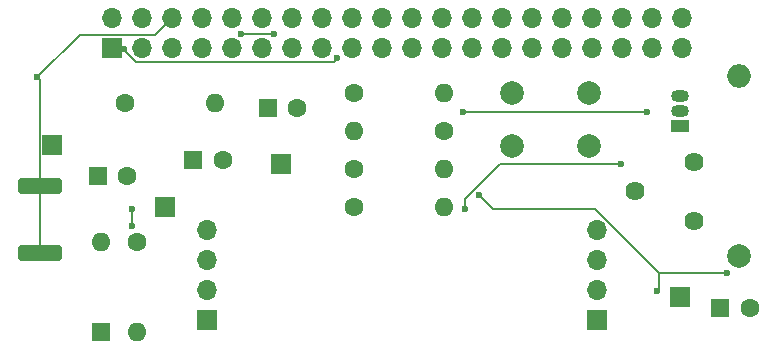
<source format=gbr>
%TF.GenerationSoftware,KiCad,Pcbnew,8.0.8+dfsg-1*%
%TF.CreationDate,2025-06-25T18:22:30+01:00*%
%TF.ProjectId,WOARCWSPR,574f4152-4357-4535-9052-2e6b69636164,rev?*%
%TF.SameCoordinates,Original*%
%TF.FileFunction,Copper,L2,Bot*%
%TF.FilePolarity,Positive*%
%FSLAX46Y46*%
G04 Gerber Fmt 4.6, Leading zero omitted, Abs format (unit mm)*
G04 Created by KiCad (PCBNEW 8.0.8+dfsg-1) date 2025-06-25 18:22:30*
%MOMM*%
%LPD*%
G01*
G04 APERTURE LIST*
G04 Aperture macros list*
%AMRoundRect*
0 Rectangle with rounded corners*
0 $1 Rounding radius*
0 $2 $3 $4 $5 $6 $7 $8 $9 X,Y pos of 4 corners*
0 Add a 4 corners polygon primitive as box body*
4,1,4,$2,$3,$4,$5,$6,$7,$8,$9,$2,$3,0*
0 Add four circle primitives for the rounded corners*
1,1,$1+$1,$2,$3*
1,1,$1+$1,$4,$5*
1,1,$1+$1,$6,$7*
1,1,$1+$1,$8,$9*
0 Add four rect primitives between the rounded corners*
20,1,$1+$1,$2,$3,$4,$5,0*
20,1,$1+$1,$4,$5,$6,$7,0*
20,1,$1+$1,$6,$7,$8,$9,0*
20,1,$1+$1,$8,$9,$2,$3,0*%
G04 Aperture macros list end*
%TA.AperFunction,ComponentPad*%
%ADD10R,1.600000X1.600000*%
%TD*%
%TA.AperFunction,ComponentPad*%
%ADD11C,1.600000*%
%TD*%
%TA.AperFunction,ComponentPad*%
%ADD12O,1.600000X1.600000*%
%TD*%
%TA.AperFunction,ComponentPad*%
%ADD13R,1.700000X1.700000*%
%TD*%
%TA.AperFunction,ComponentPad*%
%ADD14O,1.700000X1.700000*%
%TD*%
%TA.AperFunction,ComponentPad*%
%ADD15C,2.000000*%
%TD*%
%TA.AperFunction,ComponentPad*%
%ADD16C,1.620000*%
%TD*%
%TA.AperFunction,ComponentPad*%
%ADD17O,2.000000X2.000000*%
%TD*%
%TA.AperFunction,SMDPad,CuDef*%
%ADD18RoundRect,0.250000X-1.600000X0.425000X-1.600000X-0.425000X1.600000X-0.425000X1.600000X0.425000X0*%
%TD*%
%TA.AperFunction,ComponentPad*%
%ADD19O,1.500000X1.050000*%
%TD*%
%TA.AperFunction,ComponentPad*%
%ADD20R,1.500000X1.050000*%
%TD*%
%TA.AperFunction,ViaPad*%
%ADD21C,0.600000*%
%TD*%
%TA.AperFunction,Conductor*%
%ADD22C,0.200000*%
%TD*%
G04 APERTURE END LIST*
D10*
%TO.P,C4,1*%
%TO.N,GND*%
X166700000Y-45600000D03*
D11*
%TO.P,C4,2*%
%TO.N,Net-(J3-Pin_1)*%
X169200000Y-45600000D03*
%TD*%
%TO.P,R7,1*%
%TO.N,Net-(J3-Pin_1)*%
X170000000Y-51200000D03*
D12*
%TO.P,R7,2*%
%TO.N,Net-(D2-K)*%
X170000000Y-58820000D03*
%TD*%
D13*
%TO.P,J8,1,Pin_1*%
%TO.N,Net-(J8-Pin_1)*%
X216000000Y-55800000D03*
%TD*%
%TO.P,J7,1,Pin_1*%
%TO.N,Net-(J7-Pin_1)*%
X182200000Y-44600000D03*
%TD*%
D14*
%TO.P,J6,4,Pin_4*%
%TO.N,Net-(J6-Pin_3)*%
X209000000Y-50180000D03*
%TO.P,J6,3,Pin_3*%
X209000000Y-52720000D03*
%TO.P,J6,2,Pin_2*%
%TO.N,GND*%
X209000000Y-55260000D03*
D13*
%TO.P,J6,1,Pin_1*%
X209000000Y-57800000D03*
%TD*%
D14*
%TO.P,J5,4,Pin_4*%
%TO.N,GND*%
X176000000Y-50180000D03*
%TO.P,J5,3,Pin_3*%
X176000000Y-52720000D03*
%TO.P,J5,2,Pin_2*%
%TO.N,Net-(D2-A)*%
X176000000Y-55260000D03*
D13*
%TO.P,J5,1,Pin_1*%
X176000000Y-57800000D03*
%TD*%
D15*
%TO.P,SW1,1,1*%
%TO.N,GND*%
X201800000Y-38550000D03*
X208300000Y-38550000D03*
%TO.P,SW1,2,2*%
%TO.N,Net-(J2-GPIO19{slash}MISO1)*%
X201800000Y-43050000D03*
X208300000Y-43050000D03*
%TD*%
D16*
%TO.P,RV1,1,1*%
%TO.N,Net-(R5-Pad2)*%
X217200000Y-44400000D03*
%TO.P,RV1,2,2*%
%TO.N,Net-(R3-Pad1)*%
X212200000Y-46900000D03*
%TO.P,RV1,3,3*%
%TO.N,GND*%
X217200000Y-49400000D03*
%TD*%
D11*
%TO.P,R6,1*%
%TO.N,Net-(D1-A)*%
X168980000Y-39400000D03*
D12*
%TO.P,R6,2*%
%TO.N,Net-(J2-GPIO18{slash}PWM0)*%
X176600000Y-39400000D03*
%TD*%
D11*
%TO.P,R5,1*%
%TO.N,Net-(J7-Pin_1)*%
X188400000Y-48200000D03*
D12*
%TO.P,R5,2*%
%TO.N,Net-(R5-Pad2)*%
X196020000Y-48200000D03*
%TD*%
D11*
%TO.P,R4,1*%
%TO.N,Net-(J7-Pin_1)*%
X188400000Y-45000000D03*
D12*
%TO.P,R4,2*%
%TO.N,Net-(J8-Pin_1)*%
X196020000Y-45000000D03*
%TD*%
D11*
%TO.P,R3,1*%
%TO.N,Net-(R3-Pad1)*%
X196000000Y-41800000D03*
D12*
%TO.P,R3,2*%
%TO.N,Net-(C2-Pad2)*%
X188380000Y-41800000D03*
%TD*%
D11*
%TO.P,R2,1*%
%TO.N,Net-(C2-Pad2)*%
X188400000Y-38600000D03*
D12*
%TO.P,R2,2*%
%TO.N,Net-(Q1-G)*%
X196020000Y-38600000D03*
%TD*%
D15*
%TO.P,L1,1,1*%
%TO.N,Net-(J8-Pin_1)*%
X221000000Y-52400000D03*
D17*
%TO.P,L1,2,2*%
%TO.N,Net-(Q1-D)*%
X221000000Y-37160000D03*
%TD*%
D18*
%TO.P,J4,2,Ext*%
%TO.N,GND*%
X161850000Y-52075000D03*
X161850000Y-46425000D03*
%TD*%
D13*
%TO.P,J3,1,Pin_1*%
%TO.N,Net-(J3-Pin_1)*%
X172400000Y-48200000D03*
%TD*%
D14*
%TO.P,J2,40,GPIO21/SCLK1*%
%TO.N,unconnected-(J2-GPIO21{slash}SCLK1-Pad40)*%
X216135000Y-32235000D03*
%TO.P,J2,39,GND*%
%TO.N,GND*%
X216135000Y-34775000D03*
%TO.P,J2,38,GPIO20/MOSI1*%
%TO.N,unconnected-(J2-GPIO20{slash}MOSI1-Pad38)*%
X213595000Y-32235000D03*
%TO.P,J2,37,GPIO26*%
%TO.N,unconnected-(J2-GPIO26-Pad37)*%
X213595000Y-34775000D03*
%TO.P,J2,36,GPIO16*%
%TO.N,unconnected-(J2-GPIO16-Pad36)*%
X211055000Y-32235000D03*
%TO.P,J2,35,GPIO19/MISO1*%
%TO.N,Net-(J2-GPIO19{slash}MISO1)*%
X211055000Y-34775000D03*
%TO.P,J2,34,GND*%
%TO.N,GND*%
X208515000Y-32235000D03*
%TO.P,J2,33,PWM1/GPIO13*%
%TO.N,unconnected-(J2-PWM1{slash}GPIO13-Pad33)*%
X208515000Y-34775000D03*
%TO.P,J2,32,PWM0/GPIO12*%
%TO.N,unconnected-(J2-PWM0{slash}GPIO12-Pad32)*%
X205975000Y-32235000D03*
%TO.P,J2,31,GCLK2/GPIO6*%
%TO.N,unconnected-(J2-GCLK2{slash}GPIO6-Pad31)*%
X205975000Y-34775000D03*
%TO.P,J2,30,GND*%
%TO.N,GND*%
X203435000Y-32235000D03*
%TO.P,J2,29,GCLK1/GPIO5*%
%TO.N,unconnected-(J2-GCLK1{slash}GPIO5-Pad29)*%
X203435000Y-34775000D03*
%TO.P,J2,28,ID_SC/GPIO1*%
%TO.N,unconnected-(J2-ID_SC{slash}GPIO1-Pad28)*%
X200895000Y-32235000D03*
%TO.P,J2,27,ID_SD/GPIO0*%
%TO.N,unconnected-(J2-ID_SD{slash}GPIO0-Pad27)*%
X200895000Y-34775000D03*
%TO.P,J2,26,~{CE1}/GPIO7*%
%TO.N,unconnected-(J2-~{CE1}{slash}GPIO7-Pad26)*%
X198355000Y-32235000D03*
%TO.P,J2,25,GND*%
%TO.N,GND*%
X198355000Y-34775000D03*
%TO.P,J2,24,~{CE0}/GPIO8*%
%TO.N,unconnected-(J2-~{CE0}{slash}GPIO8-Pad24)*%
X195815000Y-32235000D03*
%TO.P,J2,23,SCLK0/GPIO11*%
%TO.N,unconnected-(J2-SCLK0{slash}GPIO11-Pad23)*%
X195815000Y-34775000D03*
%TO.P,J2,22,GPIO25*%
%TO.N,unconnected-(J2-GPIO25-Pad22)*%
X193275000Y-32235000D03*
%TO.P,J2,21,MISO0/GPIO9*%
%TO.N,unconnected-(J2-MISO0{slash}GPIO9-Pad21)*%
X193275000Y-34775000D03*
%TO.P,J2,20,GND*%
%TO.N,GND*%
X190735000Y-32235000D03*
%TO.P,J2,19,MOSI0/GPIO10*%
%TO.N,unconnected-(J2-MOSI0{slash}GPIO10-Pad19)*%
X190735000Y-34775000D03*
%TO.P,J2,18,GPIO24*%
%TO.N,unconnected-(J2-GPIO24-Pad18)*%
X188195000Y-32235000D03*
%TO.P,J2,17,3V3*%
%TO.N,Net-(J2-3V3-Pad1)*%
X188195000Y-34775000D03*
%TO.P,J2,16,GPIO23*%
%TO.N,unconnected-(J2-GPIO23-Pad16)*%
X185655000Y-32235000D03*
%TO.P,J2,15,GPIO22*%
%TO.N,unconnected-(J2-GPIO22-Pad15)*%
X185655000Y-34775000D03*
%TO.P,J2,14,GND*%
%TO.N,GND*%
X183115000Y-32235000D03*
%TO.P,J2,13,GPIO27*%
%TO.N,unconnected-(J2-GPIO27-Pad13)*%
X183115000Y-34775000D03*
%TO.P,J2,12,GPIO18/PWM0*%
%TO.N,Net-(J2-GPIO18{slash}PWM0)*%
X180575000Y-32235000D03*
%TO.P,J2,11,GPIO17*%
%TO.N,unconnected-(J2-GPIO17-Pad11)*%
X180575000Y-34775000D03*
%TO.P,J2,10,GPIO15/RXD*%
%TO.N,unconnected-(J2-GPIO15{slash}RXD-Pad10)*%
X178035000Y-32235000D03*
%TO.P,J2,9,GND*%
%TO.N,GND*%
X178035000Y-34775000D03*
%TO.P,J2,8,GPIO14/TXD*%
%TO.N,unconnected-(J2-GPIO14{slash}TXD-Pad8)*%
X175495000Y-32235000D03*
%TO.P,J2,7,GCLK0/GPIO4*%
%TO.N,Net-(J2-GCLK0{slash}GPIO4)*%
X175495000Y-34775000D03*
%TO.P,J2,6,GND*%
%TO.N,GND*%
X172955000Y-32235000D03*
%TO.P,J2,5,SCL/GPIO3*%
%TO.N,unconnected-(J2-SCL{slash}GPIO3-Pad5)*%
X172955000Y-34775000D03*
%TO.P,J2,4,5V*%
%TO.N,Net-(J7-Pin_1)*%
X170415000Y-32235000D03*
%TO.P,J2,3,SDA/GPIO2*%
%TO.N,unconnected-(J2-SDA{slash}GPIO2-Pad3)*%
X170415000Y-34775000D03*
%TO.P,J2,2,5V*%
%TO.N,Net-(J7-Pin_1)*%
X167875000Y-32235000D03*
D13*
%TO.P,J2,1,3V3*%
%TO.N,Net-(J2-3V3-Pad1)*%
X167875000Y-34775000D03*
%TD*%
%TO.P,J1,1,Pin_1*%
%TO.N,GND*%
X162800000Y-43000000D03*
%TD*%
D10*
%TO.P,D2,1,K*%
%TO.N,Net-(D2-K)*%
X167000000Y-58800000D03*
D12*
%TO.P,D2,2,A*%
%TO.N,Net-(D2-A)*%
X167000000Y-51180000D03*
%TD*%
D11*
%TO.P,C1,2*%
%TO.N,GND*%
X177300000Y-44200000D03*
D10*
%TO.P,C1,1*%
%TO.N,Net-(J7-Pin_1)*%
X174800000Y-44200000D03*
%TD*%
%TO.P,C2,1*%
%TO.N,Net-(J2-GCLK0{slash}GPIO4)*%
X181100000Y-39800000D03*
D11*
%TO.P,C2,2*%
%TO.N,Net-(C2-Pad2)*%
X183600000Y-39800000D03*
%TD*%
D10*
%TO.P,C3,1*%
%TO.N,Net-(Q1-D)*%
X219400000Y-56800000D03*
D11*
%TO.P,C3,2*%
%TO.N,Net-(J6-Pin_3)*%
X221900000Y-56800000D03*
%TD*%
D19*
%TO.P,Q1,3,S*%
%TO.N,GND*%
X216000000Y-38860000D03*
%TO.P,Q1,2,G*%
%TO.N,Net-(Q1-G)*%
X216000000Y-40130000D03*
D20*
%TO.P,Q1,1,D*%
%TO.N,Net-(Q1-D)*%
X216000000Y-41400000D03*
%TD*%
D21*
%TO.N,GND*%
X181600000Y-33600000D03*
X178800000Y-33600000D03*
X161600000Y-37200000D03*
%TO.N,Net-(J2-3V3-Pad1)*%
X187000000Y-35600000D03*
X168924377Y-34811185D03*
%TO.N,Net-(J8-Pin_1)*%
X214100000Y-55300000D03*
%TO.N,Net-(R5-Pad2)*%
X211000000Y-44600000D03*
X197800000Y-48400000D03*
%TO.N,Net-(J8-Pin_1)*%
X220000000Y-53800000D03*
X199000000Y-47200000D03*
%TO.N,Net-(Q1-G)*%
X213200000Y-40200000D03*
X197600000Y-40200000D03*
%TO.N,Net-(J3-Pin_1)*%
X169600000Y-48400000D03*
X169600000Y-49850000D03*
%TD*%
D22*
%TO.N,Net-(J3-Pin_1)*%
X169600000Y-49850000D02*
X169600000Y-48400000D01*
%TO.N,Net-(J8-Pin_1)*%
X214246346Y-53800000D02*
X220000000Y-53800000D01*
X214246346Y-55153654D02*
X214246346Y-53800000D01*
X214100000Y-55300000D02*
X214246346Y-55153654D01*
%TO.N,GND*%
X178800000Y-33600000D02*
X181600000Y-33600000D01*
X161850000Y-48400000D02*
X161850000Y-52075000D01*
X161850000Y-46425000D02*
X161850000Y-48400000D01*
X161850000Y-48400000D02*
X161850000Y-37450000D01*
X161850000Y-37450000D02*
X161600000Y-37200000D01*
X165179163Y-33625000D02*
X161604163Y-37200000D01*
X171565000Y-33625000D02*
X165179163Y-33625000D01*
X161604163Y-37200000D02*
X161600000Y-37200000D01*
X172955000Y-32235000D02*
X171565000Y-33625000D01*
%TO.N,Net-(J2-3V3-Pad1)*%
X168924377Y-34910723D02*
X169938654Y-35925000D01*
X186675000Y-35925000D02*
X187000000Y-35600000D01*
X168924377Y-34811185D02*
X168924377Y-34910723D01*
X169938654Y-35925000D02*
X186675000Y-35925000D01*
%TO.N,Net-(R5-Pad2)*%
X200751471Y-44600000D02*
X211000000Y-44600000D01*
X197800000Y-48400000D02*
X197800000Y-47551471D01*
X197800000Y-47551471D02*
X200751471Y-44600000D01*
%TO.N,Net-(J8-Pin_1)*%
X208846346Y-48400000D02*
X214246346Y-53800000D01*
X199000000Y-47200000D02*
X200200000Y-48400000D01*
X200200000Y-48400000D02*
X208846346Y-48400000D01*
%TO.N,Net-(Q1-G)*%
X213200000Y-40200000D02*
X197600000Y-40200000D01*
%TD*%
M02*

</source>
